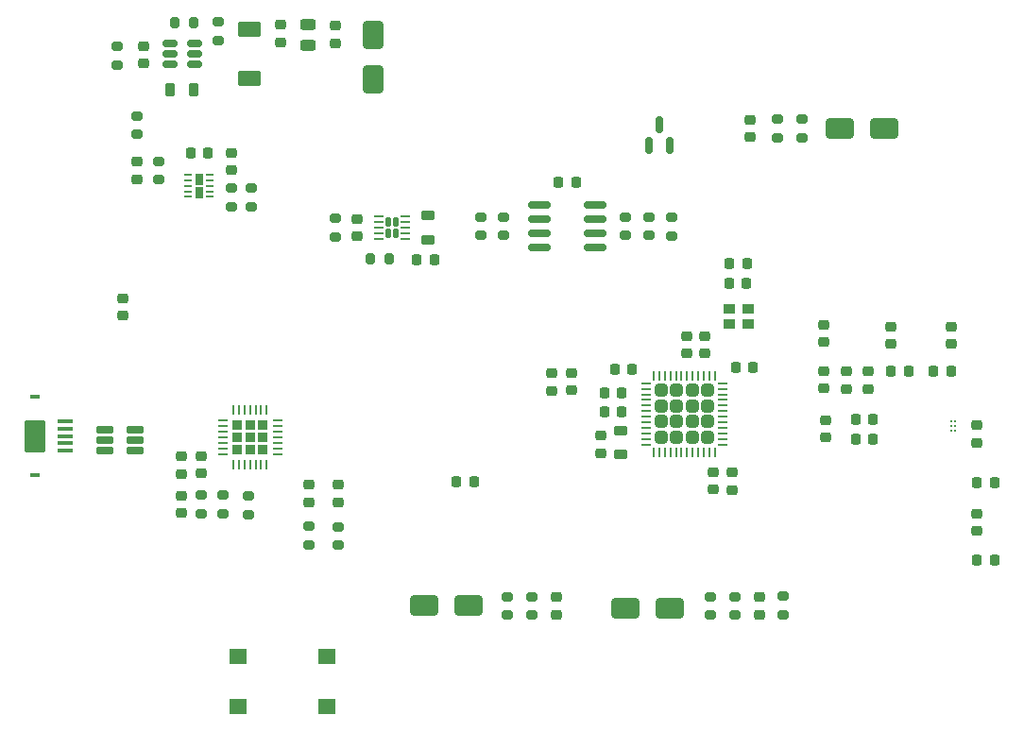
<source format=gbr>
%TF.GenerationSoftware,KiCad,Pcbnew,9.0.6*%
%TF.CreationDate,2025-12-23T13:53:16+01:00*%
%TF.ProjectId,demo wateranalyser,64656d6f-2077-4617-9465-72616e616c79,rev?*%
%TF.SameCoordinates,Original*%
%TF.FileFunction,Paste,Top*%
%TF.FilePolarity,Positive*%
%FSLAX46Y46*%
G04 Gerber Fmt 4.6, Leading zero omitted, Abs format (unit mm)*
G04 Created by KiCad (PCBNEW 9.0.6) date 2025-12-23 13:53:16*
%MOMM*%
%LPD*%
G01*
G04 APERTURE LIST*
G04 Aperture macros list*
%AMRoundRect*
0 Rectangle with rounded corners*
0 $1 Rounding radius*
0 $2 $3 $4 $5 $6 $7 $8 $9 X,Y pos of 4 corners*
0 Add a 4 corners polygon primitive as box body*
4,1,4,$2,$3,$4,$5,$6,$7,$8,$9,$2,$3,0*
0 Add four circle primitives for the rounded corners*
1,1,$1+$1,$2,$3*
1,1,$1+$1,$4,$5*
1,1,$1+$1,$6,$7*
1,1,$1+$1,$8,$9*
0 Add four rect primitives between the rounded corners*
20,1,$1+$1,$2,$3,$4,$5,0*
20,1,$1+$1,$4,$5,$6,$7,0*
20,1,$1+$1,$6,$7,$8,$9,0*
20,1,$1+$1,$8,$9,$2,$3,0*%
G04 Aperture macros list end*
%ADD10RoundRect,0.250000X-0.700000X1.200000X-0.700000X-1.200000X0.700000X-1.200000X0.700000X1.200000X0*%
%ADD11RoundRect,0.100000X-0.575000X0.100000X-0.575000X-0.100000X0.575000X-0.100000X0.575000X0.100000X0*%
%ADD12R,0.850000X0.300000*%
%ADD13RoundRect,0.218750X0.218750X0.256250X-0.218750X0.256250X-0.218750X-0.256250X0.218750X-0.256250X0*%
%ADD14RoundRect,0.200000X-0.275000X0.200000X-0.275000X-0.200000X0.275000X-0.200000X0.275000X0.200000X0*%
%ADD15RoundRect,0.218750X-0.381250X0.218750X-0.381250X-0.218750X0.381250X-0.218750X0.381250X0.218750X0*%
%ADD16RoundRect,0.225000X0.250000X-0.225000X0.250000X0.225000X-0.250000X0.225000X-0.250000X-0.225000X0*%
%ADD17RoundRect,0.200000X0.275000X-0.200000X0.275000X0.200000X-0.275000X0.200000X-0.275000X-0.200000X0*%
%ADD18RoundRect,0.225000X-0.250000X0.225000X-0.250000X-0.225000X0.250000X-0.225000X0.250000X0.225000X0*%
%ADD19RoundRect,0.225000X0.225000X0.250000X-0.225000X0.250000X-0.225000X-0.250000X0.225000X-0.250000X0*%
%ADD20RoundRect,0.218750X-0.218750X-0.381250X0.218750X-0.381250X0.218750X0.381250X-0.218750X0.381250X0*%
%ADD21RoundRect,0.218750X0.381250X-0.218750X0.381250X0.218750X-0.381250X0.218750X-0.381250X-0.218750X0*%
%ADD22RoundRect,0.218750X-0.256250X0.218750X-0.256250X-0.218750X0.256250X-0.218750X0.256250X0.218750X0*%
%ADD23RoundRect,0.225000X-0.225000X-0.250000X0.225000X-0.250000X0.225000X0.250000X-0.225000X0.250000X0*%
%ADD24RoundRect,0.218750X0.256250X-0.218750X0.256250X0.218750X-0.256250X0.218750X-0.256250X-0.218750X0*%
%ADD25C,0.250000*%
%ADD26RoundRect,0.225000X-0.225000X-0.225000X0.225000X-0.225000X0.225000X0.225000X-0.225000X0.225000X0*%
%ADD27RoundRect,0.062500X-0.337500X-0.062500X0.337500X-0.062500X0.337500X0.062500X-0.337500X0.062500X0*%
%ADD28RoundRect,0.062500X-0.062500X-0.337500X0.062500X-0.337500X0.062500X0.337500X-0.062500X0.337500X0*%
%ADD29RoundRect,0.150000X0.150000X-0.587500X0.150000X0.587500X-0.150000X0.587500X-0.150000X-0.587500X0*%
%ADD30RoundRect,0.250000X-1.000000X-0.650000X1.000000X-0.650000X1.000000X0.650000X-1.000000X0.650000X0*%
%ADD31RoundRect,0.130000X-0.130000X-0.305000X0.130000X-0.305000X0.130000X0.305000X-0.130000X0.305000X0*%
%ADD32RoundRect,0.062500X-0.350000X-0.062500X0.350000X-0.062500X0.350000X0.062500X-0.350000X0.062500X0*%
%ADD33R,1.600000X1.400000*%
%ADD34RoundRect,0.200000X0.200000X0.275000X-0.200000X0.275000X-0.200000X-0.275000X0.200000X-0.275000X0*%
%ADD35RoundRect,0.150000X0.512500X0.150000X-0.512500X0.150000X-0.512500X-0.150000X0.512500X-0.150000X0*%
%ADD36RoundRect,0.250000X1.000000X0.650000X-1.000000X0.650000X-1.000000X-0.650000X1.000000X-0.650000X0*%
%ADD37RoundRect,0.243750X-0.456250X0.243750X-0.456250X-0.243750X0.456250X-0.243750X0.456250X0.243750X0*%
%ADD38RoundRect,0.162500X-0.617500X-0.162500X0.617500X-0.162500X0.617500X0.162500X-0.617500X0.162500X0*%
%ADD39RoundRect,0.218750X-0.218750X-0.256250X0.218750X-0.256250X0.218750X0.256250X-0.218750X0.256250X0*%
%ADD40RoundRect,0.250000X0.315000X-0.315000X0.315000X0.315000X-0.315000X0.315000X-0.315000X-0.315000X0*%
%ADD41RoundRect,0.062500X0.062500X-0.375000X0.062500X0.375000X-0.062500X0.375000X-0.062500X-0.375000X0*%
%ADD42RoundRect,0.062500X0.375000X-0.062500X0.375000X0.062500X-0.375000X0.062500X-0.375000X-0.062500X0*%
%ADD43RoundRect,0.225000X0.325000X0.225000X-0.325000X0.225000X-0.325000X-0.225000X0.325000X-0.225000X0*%
%ADD44RoundRect,0.150000X-0.825000X-0.150000X0.825000X-0.150000X0.825000X0.150000X-0.825000X0.150000X0*%
%ADD45RoundRect,0.182500X-0.182500X-0.337500X0.182500X-0.337500X0.182500X0.337500X-0.182500X0.337500X0*%
%ADD46RoundRect,0.062500X-0.312500X-0.062500X0.312500X-0.062500X0.312500X0.062500X-0.312500X0.062500X0*%
%ADD47RoundRect,0.200000X-0.200000X-0.275000X0.200000X-0.275000X0.200000X0.275000X-0.200000X0.275000X0*%
%ADD48RoundRect,0.250000X-0.650000X1.000000X-0.650000X-1.000000X0.650000X-1.000000X0.650000X1.000000X0*%
%ADD49RoundRect,0.250000X-0.800000X0.450000X-0.800000X-0.450000X0.800000X-0.450000X0.800000X0.450000X0*%
G04 APERTURE END LIST*
D10*
%TO.C,J7*%
X127700000Y-58075000D03*
D11*
X130375000Y-56775000D03*
X130375000Y-57425000D03*
X130375000Y-58075000D03*
X130375000Y-58725000D03*
X130375000Y-59375000D03*
D12*
X127700000Y-61575000D03*
X127700000Y-54575000D03*
%TD*%
D13*
%TO.C,FB3*%
X191500000Y-42600000D03*
X189925000Y-42600000D03*
%TD*%
D14*
%TO.C,R23*%
X145300000Y-35875000D03*
X145300000Y-37525000D03*
%TD*%
D15*
%TO.C,L8*%
X162900000Y-38337500D03*
X162900000Y-40462500D03*
%TD*%
D16*
%TO.C,C32*%
X135600000Y-47275000D03*
X135600000Y-45725000D03*
%TD*%
D17*
%TO.C,R5*%
X167700000Y-40100000D03*
X167700000Y-38450000D03*
%TD*%
D14*
%TO.C,R20*%
X135100000Y-23175000D03*
X135100000Y-24825000D03*
%TD*%
D18*
%TO.C,C34*%
X149700000Y-21225000D03*
X149700000Y-22775000D03*
%TD*%
D17*
%TO.C,R15*%
X154850000Y-67850000D03*
X154850000Y-66200000D03*
%TD*%
%TO.C,R24*%
X138800000Y-35125000D03*
X138800000Y-33475000D03*
%TD*%
D19*
%TO.C,C6*%
X180300000Y-54200000D03*
X178750000Y-54200000D03*
%TD*%
D20*
%TO.C,L7*%
X139837500Y-27000000D03*
X141962500Y-27000000D03*
%TD*%
D21*
%TO.C,L1*%
X180200000Y-59725000D03*
X180200000Y-57600000D03*
%TD*%
D14*
%TO.C,R27*%
X154600000Y-38575000D03*
X154600000Y-40225000D03*
%TD*%
D22*
%TO.C,D7*%
X154850000Y-62437500D03*
X154850000Y-64012500D03*
%TD*%
D18*
%TO.C,C4*%
X192600000Y-72525000D03*
X192600000Y-74075000D03*
%TD*%
D23*
%TO.C,C14*%
X165495000Y-62200000D03*
X167045000Y-62200000D03*
%TD*%
D14*
%TO.C,R22*%
X136800000Y-29375000D03*
X136800000Y-31025000D03*
%TD*%
D18*
%TO.C,C10*%
X142600000Y-59875000D03*
X142600000Y-61425000D03*
%TD*%
D24*
%TO.C,L3*%
X200400000Y-53850000D03*
X200400000Y-52275000D03*
%TD*%
D22*
%TO.C,FB2*%
X175800000Y-52425000D03*
X175800000Y-54000000D03*
%TD*%
D17*
%TO.C,R19*%
X144100000Y-22625000D03*
X144100000Y-20975000D03*
%TD*%
%TO.C,R13*%
X146800000Y-65100000D03*
X146800000Y-63450000D03*
%TD*%
D25*
%TO.C,U4*%
X209800000Y-56800000D03*
X209800000Y-57200000D03*
X209800000Y-57600000D03*
X210200000Y-56800000D03*
X210200000Y-57200000D03*
X210200000Y-57600000D03*
%TD*%
D26*
%TO.C,U2*%
X145850000Y-57080000D03*
X145850000Y-58200000D03*
X145850000Y-59320000D03*
X146970000Y-57080000D03*
X146970000Y-58200000D03*
X146970000Y-59320000D03*
X148090000Y-57080000D03*
X148090000Y-58200000D03*
X148090000Y-59320000D03*
D27*
X144520000Y-56700000D03*
X144520000Y-57200000D03*
X144520000Y-57700000D03*
X144520000Y-58200000D03*
X144520000Y-58700000D03*
X144520000Y-59200000D03*
X144520000Y-59700000D03*
D28*
X145470000Y-60650000D03*
X145970000Y-60650000D03*
X146470000Y-60650000D03*
X146970000Y-60650000D03*
X147470000Y-60650000D03*
X147970000Y-60650000D03*
X148470000Y-60650000D03*
D27*
X149420000Y-59700000D03*
X149420000Y-59200000D03*
X149420000Y-58700000D03*
X149420000Y-58200000D03*
X149420000Y-57700000D03*
X149420000Y-57200000D03*
X149420000Y-56700000D03*
D28*
X148470000Y-55750000D03*
X147970000Y-55750000D03*
X147470000Y-55750000D03*
X146970000Y-55750000D03*
X146470000Y-55750000D03*
X145970000Y-55750000D03*
X145470000Y-55750000D03*
%TD*%
D14*
%TO.C,R7*%
X194225000Y-29677500D03*
X194225000Y-31327500D03*
%TD*%
D29*
%TO.C,D2*%
X182700000Y-32072500D03*
X184600000Y-32072500D03*
X183650000Y-30197500D03*
%TD*%
D30*
%TO.C,D4*%
X162600000Y-73300000D03*
X166600000Y-73300000D03*
%TD*%
D31*
%TO.C,U7*%
X159400000Y-38900000D03*
X159400000Y-39900000D03*
X160000000Y-38900000D03*
X160000000Y-39900000D03*
D32*
X158487500Y-38400000D03*
X158487500Y-38900000D03*
X158487500Y-39400000D03*
X158487500Y-39900000D03*
X158487500Y-40400000D03*
X160912500Y-40400000D03*
X160912500Y-39900000D03*
X160912500Y-39400000D03*
X160912500Y-38900000D03*
X160912500Y-38400000D03*
%TD*%
D33*
%TO.C,SW1*%
X153900000Y-82350000D03*
X145900000Y-82350000D03*
X153900000Y-77850000D03*
X145900000Y-77850000D03*
%TD*%
D14*
%TO.C,R2*%
X182700000Y-38450000D03*
X182700000Y-40100000D03*
%TD*%
D34*
%TO.C,R21*%
X141900000Y-21000000D03*
X140250000Y-21000000D03*
%TD*%
D24*
%TO.C,FB1*%
X154600000Y-22875000D03*
X154600000Y-21300000D03*
%TD*%
D35*
%TO.C,U5*%
X142037500Y-24750000D03*
X142037500Y-23800000D03*
X142037500Y-22850000D03*
X139762500Y-22850000D03*
X139762500Y-23800000D03*
X139762500Y-24750000D03*
%TD*%
D23*
%TO.C,C38*%
X161925000Y-42300000D03*
X163475000Y-42300000D03*
%TD*%
D16*
%TO.C,C24*%
X204387500Y-49850000D03*
X204387500Y-48300000D03*
%TD*%
%TO.C,C16*%
X187700000Y-50700000D03*
X187700000Y-49150000D03*
%TD*%
%TO.C,C33*%
X137400000Y-24700000D03*
X137400000Y-23150000D03*
%TD*%
D18*
%TO.C,C19*%
X188500000Y-61325000D03*
X188500000Y-62875000D03*
%TD*%
%TO.C,C11*%
X178400000Y-58050000D03*
X178400000Y-59600000D03*
%TD*%
D36*
%TO.C,D3*%
X203825000Y-30527500D03*
X199825000Y-30527500D03*
%TD*%
D14*
%TO.C,R18*%
X194760000Y-72450000D03*
X194760000Y-74100000D03*
%TD*%
D17*
%TO.C,R14*%
X152250000Y-67825000D03*
X152250000Y-66175000D03*
%TD*%
D24*
%TO.C,L2*%
X198400000Y-53825000D03*
X198400000Y-52250000D03*
%TD*%
D19*
%TO.C,C12*%
X191475000Y-44400000D03*
X189925000Y-44400000D03*
%TD*%
D37*
%TO.C,F1*%
X152200000Y-21162500D03*
X152200000Y-23037500D03*
%TD*%
D38*
%TO.C,U9*%
X133950000Y-57500000D03*
X133950000Y-58450000D03*
X133950000Y-59400000D03*
X136650000Y-59400000D03*
X136650000Y-58450000D03*
X136650000Y-57500000D03*
%TD*%
D18*
%TO.C,C20*%
X190200000Y-61350000D03*
X190200000Y-62900000D03*
%TD*%
D14*
%TO.C,R4*%
X180600000Y-38450000D03*
X180600000Y-40100000D03*
%TD*%
D16*
%TO.C,C25*%
X209787500Y-49850000D03*
X209787500Y-48300000D03*
%TD*%
D23*
%TO.C,C30*%
X201250000Y-56600000D03*
X202800000Y-56600000D03*
%TD*%
D24*
%TO.C,L6*%
X198600000Y-58237500D03*
X198600000Y-56662500D03*
%TD*%
D18*
%TO.C,C3*%
X174400000Y-72525000D03*
X174400000Y-74075000D03*
%TD*%
D17*
%TO.C,R3*%
X184800000Y-40125000D03*
X184800000Y-38475000D03*
%TD*%
%TO.C,R10*%
X188200000Y-74125000D03*
X188200000Y-72475000D03*
%TD*%
D18*
%TO.C,C26*%
X212100000Y-57125000D03*
X212100000Y-58675000D03*
%TD*%
D17*
%TO.C,R11*%
X190400000Y-74150000D03*
X190400000Y-72500000D03*
%TD*%
D18*
%TO.C,C9*%
X140800000Y-59925000D03*
X140800000Y-61475000D03*
%TD*%
D30*
%TO.C,D5*%
X180600000Y-73500000D03*
X184600000Y-73500000D03*
%TD*%
D23*
%TO.C,C23*%
X204437500Y-52250000D03*
X205987500Y-52250000D03*
%TD*%
D14*
%TO.C,R12*%
X142600000Y-63400000D03*
X142600000Y-65050000D03*
%TD*%
D39*
%TO.C,L4*%
X208212500Y-52250000D03*
X209787500Y-52250000D03*
%TD*%
D19*
%TO.C,C1*%
X176175000Y-35300000D03*
X174625000Y-35300000D03*
%TD*%
D23*
%TO.C,C28*%
X212150000Y-69200000D03*
X213700000Y-69200000D03*
%TD*%
D16*
%TO.C,C2*%
X191800000Y-31300000D03*
X191800000Y-29750000D03*
%TD*%
D40*
%TO.C,U3*%
X183800000Y-58200000D03*
X185200000Y-58200000D03*
X186600000Y-58200000D03*
X188000000Y-58200000D03*
X183800000Y-56800000D03*
X185200000Y-56800000D03*
X186600000Y-56800000D03*
X188000000Y-56800000D03*
X183800000Y-55400000D03*
X185200000Y-55400000D03*
X186600000Y-55400000D03*
X188000000Y-55400000D03*
X183800000Y-54000000D03*
X185200000Y-54000000D03*
X186600000Y-54000000D03*
X188000000Y-54000000D03*
D41*
X183150000Y-59537500D03*
X183650000Y-59537500D03*
X184150000Y-59537500D03*
X184650000Y-59537500D03*
X185150000Y-59537500D03*
X185650000Y-59537500D03*
X186150000Y-59537500D03*
X186650000Y-59537500D03*
X187150000Y-59537500D03*
X187650000Y-59537500D03*
X188150000Y-59537500D03*
X188650000Y-59537500D03*
D42*
X189337500Y-58850000D03*
X189337500Y-58350000D03*
X189337500Y-57850000D03*
X189337500Y-57350000D03*
X189337500Y-56850000D03*
X189337500Y-56350000D03*
X189337500Y-55850000D03*
X189337500Y-55350000D03*
X189337500Y-54850000D03*
X189337500Y-54350000D03*
X189337500Y-53850000D03*
X189337500Y-53350000D03*
D41*
X188650000Y-52662500D03*
X188150000Y-52662500D03*
X187650000Y-52662500D03*
X187150000Y-52662500D03*
X186650000Y-52662500D03*
X186150000Y-52662500D03*
X185650000Y-52662500D03*
X185150000Y-52662500D03*
X184650000Y-52662500D03*
X184150000Y-52662500D03*
X183650000Y-52662500D03*
X183150000Y-52662500D03*
D42*
X182462500Y-53350000D03*
X182462500Y-53850000D03*
X182462500Y-54350000D03*
X182462500Y-54850000D03*
X182462500Y-55350000D03*
X182462500Y-55850000D03*
X182462500Y-56350000D03*
X182462500Y-56850000D03*
X182462500Y-57350000D03*
X182462500Y-57850000D03*
X182462500Y-58350000D03*
X182462500Y-58850000D03*
%TD*%
D23*
%TO.C,C27*%
X212150000Y-62300000D03*
X213700000Y-62300000D03*
%TD*%
%TO.C,C18*%
X190525000Y-51900000D03*
X192075000Y-51900000D03*
%TD*%
D43*
%TO.C,Y1*%
X191600000Y-46700000D03*
X189900000Y-46700000D03*
X189900000Y-48000000D03*
X191600000Y-48000000D03*
%TD*%
D44*
%TO.C,U1*%
X172925000Y-37395000D03*
X172925000Y-38665000D03*
X172925000Y-39935000D03*
X172925000Y-41205000D03*
X177875000Y-41205000D03*
X177875000Y-39935000D03*
X177875000Y-38665000D03*
X177875000Y-37395000D03*
%TD*%
D19*
%TO.C,C15*%
X181200000Y-52100000D03*
X179650000Y-52100000D03*
%TD*%
D16*
%TO.C,C13*%
X186100000Y-50700000D03*
X186100000Y-49150000D03*
%TD*%
D45*
%TO.C,U6*%
X142400000Y-35050000D03*
X142400000Y-36250000D03*
D46*
X141400000Y-34650000D03*
X141400000Y-35150000D03*
X141400000Y-35650000D03*
X141400000Y-36150000D03*
X141400000Y-36650000D03*
X143400000Y-36650000D03*
X143400000Y-36150000D03*
X143400000Y-35650000D03*
X143400000Y-35150000D03*
X143400000Y-34650000D03*
%TD*%
D17*
%TO.C,R16*%
X144520000Y-65050000D03*
X144520000Y-63400000D03*
%TD*%
D18*
%TO.C,C8*%
X140800000Y-63450000D03*
X140800000Y-65000000D03*
%TD*%
D22*
%TO.C,D6*%
X152250000Y-62437500D03*
X152250000Y-64012500D03*
%TD*%
D18*
%TO.C,C37*%
X156600000Y-38650000D03*
X156600000Y-40200000D03*
%TD*%
D16*
%TO.C,C5*%
X174000000Y-54012500D03*
X174000000Y-52462500D03*
%TD*%
%TO.C,C21*%
X198400000Y-49650000D03*
X198400000Y-48100000D03*
%TD*%
%TO.C,C35*%
X145300000Y-34275000D03*
X145300000Y-32725000D03*
%TD*%
D14*
%TO.C,R6*%
X196425000Y-29702500D03*
X196425000Y-31352500D03*
%TD*%
%TO.C,R1*%
X169700000Y-38450000D03*
X169700000Y-40100000D03*
%TD*%
D17*
%TO.C,R25*%
X147100000Y-37525000D03*
X147100000Y-35875000D03*
%TD*%
D22*
%TO.C,L5*%
X212125000Y-65025000D03*
X212125000Y-66600000D03*
%TD*%
D17*
%TO.C,R8*%
X170000000Y-74125000D03*
X170000000Y-72475000D03*
%TD*%
D47*
%TO.C,R26*%
X157775000Y-42200000D03*
X159425000Y-42200000D03*
%TD*%
D48*
%TO.C,D1*%
X158000000Y-22100000D03*
X158000000Y-26100000D03*
%TD*%
D17*
%TO.C,R9*%
X172200000Y-74125000D03*
X172200000Y-72475000D03*
%TD*%
D23*
%TO.C,C29*%
X201250000Y-58350000D03*
X202800000Y-58350000D03*
%TD*%
D18*
%TO.C,C22*%
X202400000Y-52300000D03*
X202400000Y-53850000D03*
%TD*%
D24*
%TO.C,D9*%
X136800000Y-35075000D03*
X136800000Y-33500000D03*
%TD*%
D49*
%TO.C,D8*%
X146900000Y-21600000D03*
X146900000Y-26000000D03*
%TD*%
D23*
%TO.C,C36*%
X141625000Y-32700000D03*
X143175000Y-32700000D03*
%TD*%
D19*
%TO.C,C7*%
X180300000Y-55900000D03*
X178750000Y-55900000D03*
%TD*%
M02*

</source>
